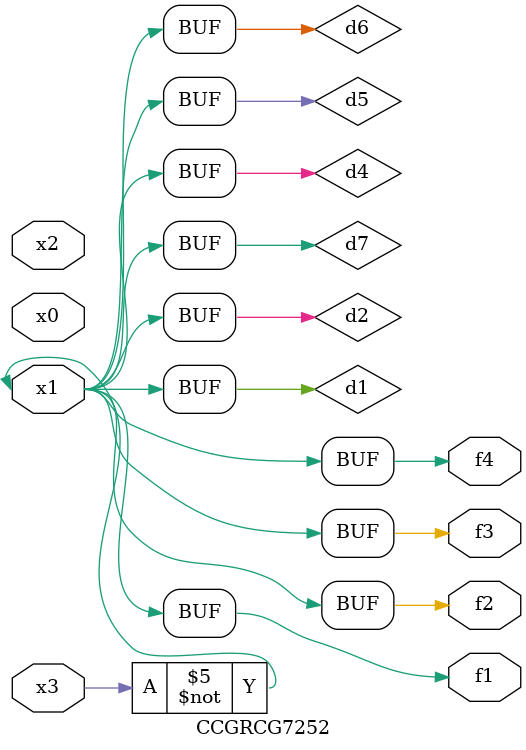
<source format=v>
module CCGRCG7252(
	input x0, x1, x2, x3,
	output f1, f2, f3, f4
);

	wire d1, d2, d3, d4, d5, d6, d7;

	not (d1, x3);
	buf (d2, x1);
	xnor (d3, d1, d2);
	nor (d4, d1);
	buf (d5, d1, d2);
	buf (d6, d4, d5);
	nand (d7, d4);
	assign f1 = d6;
	assign f2 = d7;
	assign f3 = d6;
	assign f4 = d6;
endmodule

</source>
